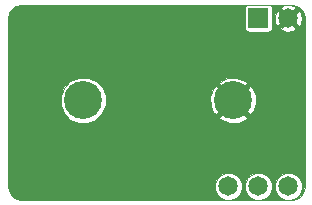
<source format=gbl>
G04 #@! TF.FileFunction,Copper,L2,Bot,Signal*
%FSLAX46Y46*%
G04 Gerber Fmt 4.6, Leading zero omitted, Abs format (unit mm)*
G04 Created by KiCad (PCBNEW 4.0.1-stable) date 07/22/16 09:47:29*
%MOMM*%
G01*
G04 APERTURE LIST*
%ADD10C,0.100000*%
%ADD11C,0.600000*%
%ADD12R,1.651000X1.651000*%
%ADD13C,1.651000*%
%ADD14C,3.216000*%
%ADD15C,0.025400*%
G04 APERTURE END LIST*
D10*
D11*
X151638000Y-112014000D03*
X150622000Y-112014000D03*
X140335000Y-111506000D03*
X149606000Y-112014000D03*
X149860000Y-106426000D03*
X147828000Y-106426000D03*
X148844000Y-106426000D03*
X139573000Y-101600000D03*
D12*
X157226000Y-98044000D03*
D13*
X159766000Y-98044000D03*
D14*
X142405100Y-105003600D03*
X155105100Y-105003600D03*
D11*
X140335000Y-110490000D03*
D13*
X154686000Y-112268000D03*
X157226000Y-112268000D03*
X159766000Y-112268000D03*
D15*
G36*
X161181300Y-112232275D02*
X161086335Y-112709692D01*
X160923365Y-112953593D01*
X160923365Y-98129237D01*
X160867884Y-97679844D01*
X160802647Y-97522348D01*
X160652213Y-97422670D01*
X160387330Y-97687552D01*
X160387330Y-97157787D01*
X160287652Y-97007353D01*
X159851237Y-96886635D01*
X159401844Y-96942116D01*
X159244348Y-97007353D01*
X159144670Y-97157787D01*
X159766000Y-97779118D01*
X160387330Y-97157787D01*
X160387330Y-97687552D01*
X160030882Y-98044000D01*
X160652213Y-98665330D01*
X160802647Y-98565652D01*
X160923365Y-98129237D01*
X160923365Y-112953593D01*
X160904397Y-112981981D01*
X160904397Y-112042591D01*
X160731482Y-111624104D01*
X160411581Y-111303643D01*
X160387330Y-111293573D01*
X160387330Y-98930213D01*
X159766000Y-98308882D01*
X159501118Y-98573764D01*
X159501118Y-98044000D01*
X158879787Y-97422670D01*
X158729353Y-97522348D01*
X158608635Y-97958763D01*
X158664116Y-98408156D01*
X158729353Y-98565652D01*
X158879787Y-98665330D01*
X159501118Y-98044000D01*
X159501118Y-98573764D01*
X159144670Y-98930213D01*
X159244348Y-99080647D01*
X159680763Y-99201365D01*
X160130156Y-99145884D01*
X160287652Y-99080647D01*
X160387330Y-98930213D01*
X160387330Y-111293573D01*
X159993395Y-111129998D01*
X159540591Y-111129603D01*
X159122104Y-111302518D01*
X158801643Y-111622419D01*
X158627998Y-112040605D01*
X158627603Y-112493409D01*
X158800518Y-112911896D01*
X159120419Y-113232357D01*
X159538605Y-113406002D01*
X159991409Y-113406397D01*
X160409896Y-113233482D01*
X160730357Y-112913581D01*
X160904002Y-112495395D01*
X160904397Y-112042591D01*
X160904397Y-112981981D01*
X160836138Y-113084138D01*
X160461692Y-113334335D01*
X159984276Y-113429300D01*
X159004000Y-113429300D01*
X158370326Y-113429300D01*
X158370326Y-98869500D01*
X158370326Y-97218500D01*
X158347192Y-97099269D01*
X158278354Y-96994475D01*
X158174433Y-96924327D01*
X158051500Y-96899674D01*
X156400500Y-96899674D01*
X156281269Y-96922808D01*
X156176475Y-96991646D01*
X156106327Y-97095567D01*
X156081674Y-97218500D01*
X156081674Y-98869500D01*
X156104808Y-98988731D01*
X156173646Y-99093525D01*
X156277567Y-99163673D01*
X156400500Y-99188326D01*
X158051500Y-99188326D01*
X158170731Y-99165192D01*
X158275525Y-99096354D01*
X158345673Y-98992433D01*
X158370326Y-98869500D01*
X158370326Y-113429300D01*
X158364397Y-113429300D01*
X158364397Y-112042591D01*
X158191482Y-111624104D01*
X157871581Y-111303643D01*
X157453395Y-111129998D01*
X157044315Y-111129641D01*
X157044315Y-105276542D01*
X157001152Y-104513660D01*
X156792250Y-104009329D01*
X156560397Y-103813185D01*
X156295515Y-104078067D01*
X156295515Y-103548303D01*
X156099371Y-103316450D01*
X155378042Y-103064385D01*
X154615160Y-103107548D01*
X154110829Y-103316450D01*
X153914685Y-103548303D01*
X155105100Y-104738718D01*
X156295515Y-103548303D01*
X156295515Y-104078067D01*
X155369982Y-105003600D01*
X156560397Y-106194015D01*
X156792250Y-105997871D01*
X157044315Y-105276542D01*
X157044315Y-111129641D01*
X157000591Y-111129603D01*
X156582104Y-111302518D01*
X156295515Y-111588606D01*
X156295515Y-106458897D01*
X155105100Y-105268482D01*
X154840218Y-105533364D01*
X154840218Y-105003600D01*
X153649803Y-103813185D01*
X153417950Y-104009329D01*
X153165885Y-104730658D01*
X153209048Y-105493540D01*
X153417950Y-105997871D01*
X153649803Y-106194015D01*
X154840218Y-105003600D01*
X154840218Y-105533364D01*
X153914685Y-106458897D01*
X154110829Y-106690750D01*
X154832158Y-106942815D01*
X155595040Y-106899652D01*
X156099371Y-106690750D01*
X156295515Y-106458897D01*
X156295515Y-111588606D01*
X156261643Y-111622419D01*
X156087998Y-112040605D01*
X156087603Y-112493409D01*
X156260518Y-112911896D01*
X156580419Y-113232357D01*
X156998605Y-113406002D01*
X157451409Y-113406397D01*
X157869896Y-113233482D01*
X158190357Y-112913581D01*
X158364002Y-112495395D01*
X158364397Y-112042591D01*
X158364397Y-113429300D01*
X155824397Y-113429300D01*
X155824397Y-112042591D01*
X155651482Y-111624104D01*
X155331581Y-111303643D01*
X154913395Y-111129998D01*
X154460591Y-111129603D01*
X154042104Y-111302518D01*
X153721643Y-111622419D01*
X153547998Y-112040605D01*
X153547603Y-112493409D01*
X153720518Y-112911896D01*
X154040419Y-113232357D01*
X154458605Y-113406002D01*
X154911409Y-113406397D01*
X155329896Y-113233482D01*
X155650357Y-112913581D01*
X155824002Y-112495395D01*
X155824397Y-112042591D01*
X155824397Y-113429300D01*
X144326133Y-113429300D01*
X144326133Y-104623225D01*
X144034340Y-103917032D01*
X143494510Y-103376259D01*
X142788827Y-103083234D01*
X142024725Y-103082567D01*
X141318532Y-103374360D01*
X140777759Y-103914190D01*
X140484734Y-104619873D01*
X140484067Y-105383975D01*
X140775860Y-106090168D01*
X141315690Y-106630941D01*
X142021373Y-106923966D01*
X142785475Y-106924633D01*
X143491668Y-106632840D01*
X144032441Y-106093010D01*
X144325466Y-105387327D01*
X144326133Y-104623225D01*
X144326133Y-113429300D01*
X137668000Y-113429300D01*
X137195724Y-113429300D01*
X136718307Y-113334335D01*
X136343861Y-113084138D01*
X136093664Y-112709692D01*
X135998700Y-112232276D01*
X135998700Y-98806000D01*
X135998700Y-98298000D01*
X135998700Y-98079723D01*
X136093664Y-97602307D01*
X136343861Y-97227861D01*
X136718307Y-96977664D01*
X137195724Y-96882700D01*
X137668000Y-96882700D01*
X159512000Y-96882700D01*
X159984276Y-96882700D01*
X160461692Y-96977664D01*
X160836138Y-97227861D01*
X161086335Y-97602307D01*
X161181300Y-98079724D01*
X161181300Y-98298000D01*
X161181300Y-112232275D01*
X161181300Y-112232275D01*
G37*
X161181300Y-112232275D02*
X161086335Y-112709692D01*
X160923365Y-112953593D01*
X160923365Y-98129237D01*
X160867884Y-97679844D01*
X160802647Y-97522348D01*
X160652213Y-97422670D01*
X160387330Y-97687552D01*
X160387330Y-97157787D01*
X160287652Y-97007353D01*
X159851237Y-96886635D01*
X159401844Y-96942116D01*
X159244348Y-97007353D01*
X159144670Y-97157787D01*
X159766000Y-97779118D01*
X160387330Y-97157787D01*
X160387330Y-97687552D01*
X160030882Y-98044000D01*
X160652213Y-98665330D01*
X160802647Y-98565652D01*
X160923365Y-98129237D01*
X160923365Y-112953593D01*
X160904397Y-112981981D01*
X160904397Y-112042591D01*
X160731482Y-111624104D01*
X160411581Y-111303643D01*
X160387330Y-111293573D01*
X160387330Y-98930213D01*
X159766000Y-98308882D01*
X159501118Y-98573764D01*
X159501118Y-98044000D01*
X158879787Y-97422670D01*
X158729353Y-97522348D01*
X158608635Y-97958763D01*
X158664116Y-98408156D01*
X158729353Y-98565652D01*
X158879787Y-98665330D01*
X159501118Y-98044000D01*
X159501118Y-98573764D01*
X159144670Y-98930213D01*
X159244348Y-99080647D01*
X159680763Y-99201365D01*
X160130156Y-99145884D01*
X160287652Y-99080647D01*
X160387330Y-98930213D01*
X160387330Y-111293573D01*
X159993395Y-111129998D01*
X159540591Y-111129603D01*
X159122104Y-111302518D01*
X158801643Y-111622419D01*
X158627998Y-112040605D01*
X158627603Y-112493409D01*
X158800518Y-112911896D01*
X159120419Y-113232357D01*
X159538605Y-113406002D01*
X159991409Y-113406397D01*
X160409896Y-113233482D01*
X160730357Y-112913581D01*
X160904002Y-112495395D01*
X160904397Y-112042591D01*
X160904397Y-112981981D01*
X160836138Y-113084138D01*
X160461692Y-113334335D01*
X159984276Y-113429300D01*
X159004000Y-113429300D01*
X158370326Y-113429300D01*
X158370326Y-98869500D01*
X158370326Y-97218500D01*
X158347192Y-97099269D01*
X158278354Y-96994475D01*
X158174433Y-96924327D01*
X158051500Y-96899674D01*
X156400500Y-96899674D01*
X156281269Y-96922808D01*
X156176475Y-96991646D01*
X156106327Y-97095567D01*
X156081674Y-97218500D01*
X156081674Y-98869500D01*
X156104808Y-98988731D01*
X156173646Y-99093525D01*
X156277567Y-99163673D01*
X156400500Y-99188326D01*
X158051500Y-99188326D01*
X158170731Y-99165192D01*
X158275525Y-99096354D01*
X158345673Y-98992433D01*
X158370326Y-98869500D01*
X158370326Y-113429300D01*
X158364397Y-113429300D01*
X158364397Y-112042591D01*
X158191482Y-111624104D01*
X157871581Y-111303643D01*
X157453395Y-111129998D01*
X157044315Y-111129641D01*
X157044315Y-105276542D01*
X157001152Y-104513660D01*
X156792250Y-104009329D01*
X156560397Y-103813185D01*
X156295515Y-104078067D01*
X156295515Y-103548303D01*
X156099371Y-103316450D01*
X155378042Y-103064385D01*
X154615160Y-103107548D01*
X154110829Y-103316450D01*
X153914685Y-103548303D01*
X155105100Y-104738718D01*
X156295515Y-103548303D01*
X156295515Y-104078067D01*
X155369982Y-105003600D01*
X156560397Y-106194015D01*
X156792250Y-105997871D01*
X157044315Y-105276542D01*
X157044315Y-111129641D01*
X157000591Y-111129603D01*
X156582104Y-111302518D01*
X156295515Y-111588606D01*
X156295515Y-106458897D01*
X155105100Y-105268482D01*
X154840218Y-105533364D01*
X154840218Y-105003600D01*
X153649803Y-103813185D01*
X153417950Y-104009329D01*
X153165885Y-104730658D01*
X153209048Y-105493540D01*
X153417950Y-105997871D01*
X153649803Y-106194015D01*
X154840218Y-105003600D01*
X154840218Y-105533364D01*
X153914685Y-106458897D01*
X154110829Y-106690750D01*
X154832158Y-106942815D01*
X155595040Y-106899652D01*
X156099371Y-106690750D01*
X156295515Y-106458897D01*
X156295515Y-111588606D01*
X156261643Y-111622419D01*
X156087998Y-112040605D01*
X156087603Y-112493409D01*
X156260518Y-112911896D01*
X156580419Y-113232357D01*
X156998605Y-113406002D01*
X157451409Y-113406397D01*
X157869896Y-113233482D01*
X158190357Y-112913581D01*
X158364002Y-112495395D01*
X158364397Y-112042591D01*
X158364397Y-113429300D01*
X155824397Y-113429300D01*
X155824397Y-112042591D01*
X155651482Y-111624104D01*
X155331581Y-111303643D01*
X154913395Y-111129998D01*
X154460591Y-111129603D01*
X154042104Y-111302518D01*
X153721643Y-111622419D01*
X153547998Y-112040605D01*
X153547603Y-112493409D01*
X153720518Y-112911896D01*
X154040419Y-113232357D01*
X154458605Y-113406002D01*
X154911409Y-113406397D01*
X155329896Y-113233482D01*
X155650357Y-112913581D01*
X155824002Y-112495395D01*
X155824397Y-112042591D01*
X155824397Y-113429300D01*
X144326133Y-113429300D01*
X144326133Y-104623225D01*
X144034340Y-103917032D01*
X143494510Y-103376259D01*
X142788827Y-103083234D01*
X142024725Y-103082567D01*
X141318532Y-103374360D01*
X140777759Y-103914190D01*
X140484734Y-104619873D01*
X140484067Y-105383975D01*
X140775860Y-106090168D01*
X141315690Y-106630941D01*
X142021373Y-106923966D01*
X142785475Y-106924633D01*
X143491668Y-106632840D01*
X144032441Y-106093010D01*
X144325466Y-105387327D01*
X144326133Y-104623225D01*
X144326133Y-113429300D01*
X137668000Y-113429300D01*
X137195724Y-113429300D01*
X136718307Y-113334335D01*
X136343861Y-113084138D01*
X136093664Y-112709692D01*
X135998700Y-112232276D01*
X135998700Y-98806000D01*
X135998700Y-98298000D01*
X135998700Y-98079723D01*
X136093664Y-97602307D01*
X136343861Y-97227861D01*
X136718307Y-96977664D01*
X137195724Y-96882700D01*
X137668000Y-96882700D01*
X159512000Y-96882700D01*
X159984276Y-96882700D01*
X160461692Y-96977664D01*
X160836138Y-97227861D01*
X161086335Y-97602307D01*
X161181300Y-98079724D01*
X161181300Y-98298000D01*
X161181300Y-112232275D01*
M02*

</source>
